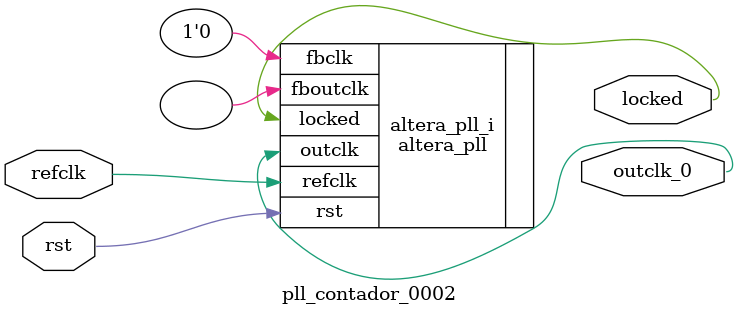
<source format=v>
`timescale 1ns/10ps
module  pll_contador_0002(

	// interface 'refclk'
	input wire refclk,

	// interface 'reset'
	input wire rst,

	// interface 'outclk0'
	output wire outclk_0,

	// interface 'locked'
	output wire locked
);

	altera_pll #(
		.fractional_vco_multiplier("false"),
		.reference_clock_frequency("50.0 MHz"),
		.operation_mode("direct"),
		.number_of_clocks(1),
		.output_clock_frequency0("5.000000 MHz"),
		.phase_shift0("0 ps"),
		.duty_cycle0(50),
		.output_clock_frequency1("0 MHz"),
		.phase_shift1("0 ps"),
		.duty_cycle1(50),
		.output_clock_frequency2("0 MHz"),
		.phase_shift2("0 ps"),
		.duty_cycle2(50),
		.output_clock_frequency3("0 MHz"),
		.phase_shift3("0 ps"),
		.duty_cycle3(50),
		.output_clock_frequency4("0 MHz"),
		.phase_shift4("0 ps"),
		.duty_cycle4(50),
		.output_clock_frequency5("0 MHz"),
		.phase_shift5("0 ps"),
		.duty_cycle5(50),
		.output_clock_frequency6("0 MHz"),
		.phase_shift6("0 ps"),
		.duty_cycle6(50),
		.output_clock_frequency7("0 MHz"),
		.phase_shift7("0 ps"),
		.duty_cycle7(50),
		.output_clock_frequency8("0 MHz"),
		.phase_shift8("0 ps"),
		.duty_cycle8(50),
		.output_clock_frequency9("0 MHz"),
		.phase_shift9("0 ps"),
		.duty_cycle9(50),
		.output_clock_frequency10("0 MHz"),
		.phase_shift10("0 ps"),
		.duty_cycle10(50),
		.output_clock_frequency11("0 MHz"),
		.phase_shift11("0 ps"),
		.duty_cycle11(50),
		.output_clock_frequency12("0 MHz"),
		.phase_shift12("0 ps"),
		.duty_cycle12(50),
		.output_clock_frequency13("0 MHz"),
		.phase_shift13("0 ps"),
		.duty_cycle13(50),
		.output_clock_frequency14("0 MHz"),
		.phase_shift14("0 ps"),
		.duty_cycle14(50),
		.output_clock_frequency15("0 MHz"),
		.phase_shift15("0 ps"),
		.duty_cycle15(50),
		.output_clock_frequency16("0 MHz"),
		.phase_shift16("0 ps"),
		.duty_cycle16(50),
		.output_clock_frequency17("0 MHz"),
		.phase_shift17("0 ps"),
		.duty_cycle17(50),
		.pll_type("General"),
		.pll_subtype("General")
	) altera_pll_i (
		.rst	(rst),
		.outclk	({outclk_0}),
		.locked	(locked),
		.fboutclk	( ),
		.fbclk	(1'b0),
		.refclk	(refclk)
	);
endmodule


</source>
